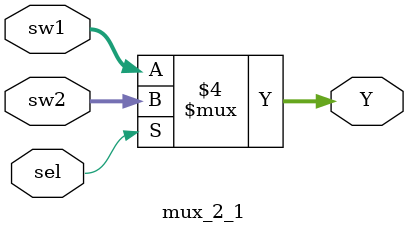
<source format=v>
`timescale 1ns / 1ps


module mux_2_1(

input [3:0]sw1,
input [3:0]sw2,
input sel,
output reg[3:0]Y

    );
    
    always@(sw1,sw2,sel)
        begin
            if(sel == 0)
                begin
                
                    Y <= sw1;
                
                end
            else
                begin
                
                    Y <= sw2;
                
                end  
        end
    
endmodule

</source>
